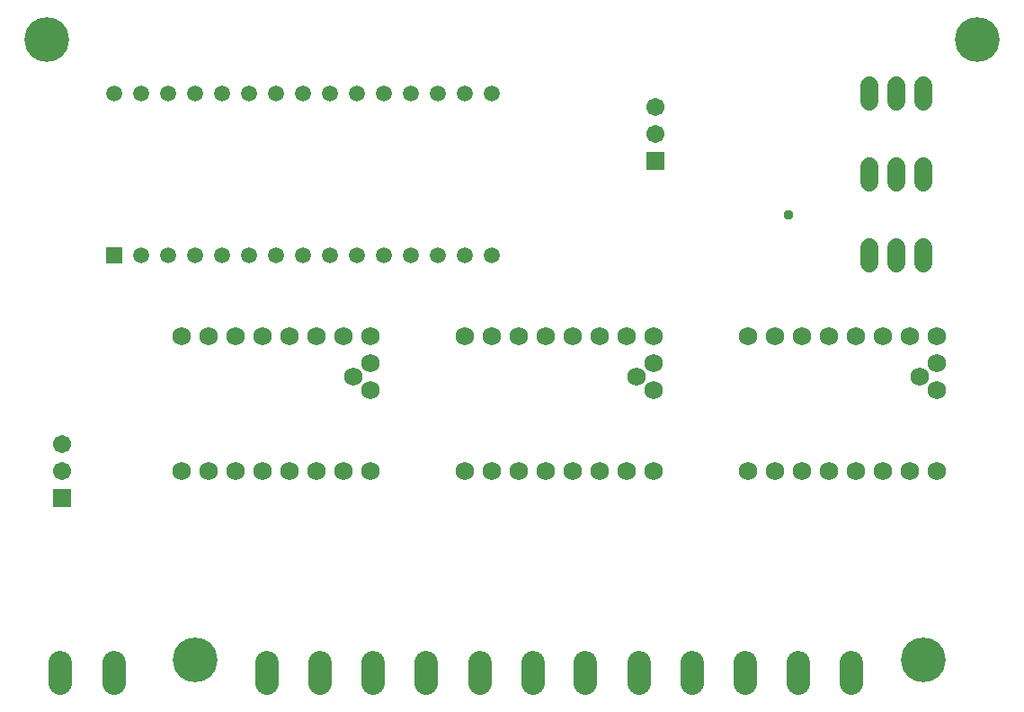
<source format=gbr>
G04 EAGLE Gerber RS-274X export*
G75*
%MOMM*%
%FSLAX34Y34*%
%LPD*%
%INSoldermask Bottom*%
%IPPOS*%
%AMOC8*
5,1,8,0,0,1.08239X$1,22.5*%
G01*
%ADD10R,1.511200X1.511200*%
%ADD11C,1.511200*%
%ADD12C,1.727200*%
%ADD13C,1.727200*%
%ADD14R,1.711200X1.711200*%
%ADD15C,1.711200*%
%ADD16C,2.184400*%
%ADD17C,0.959600*%
%ADD18C,4.219200*%


D10*
X101600Y444500D03*
D11*
X127000Y444500D03*
X152400Y444500D03*
X177800Y444500D03*
X203200Y444500D03*
X228600Y444500D03*
X254000Y444500D03*
X279400Y444500D03*
X304800Y444500D03*
X330200Y444500D03*
X355600Y444500D03*
X381000Y444500D03*
X406400Y444500D03*
X431800Y444500D03*
X457200Y444500D03*
X457200Y596900D03*
X431800Y596900D03*
X406400Y596900D03*
X381000Y596900D03*
X355600Y596900D03*
X330200Y596900D03*
X304800Y596900D03*
X279400Y596900D03*
X254000Y596900D03*
X228600Y596900D03*
X203200Y596900D03*
X177800Y596900D03*
X152400Y596900D03*
X127000Y596900D03*
X101600Y596900D03*
D12*
X812800Y589280D02*
X812800Y604520D01*
X838200Y604520D02*
X838200Y589280D01*
X863600Y589280D02*
X863600Y604520D01*
X812800Y528320D02*
X812800Y513080D01*
X838200Y513080D02*
X838200Y528320D01*
X863600Y528320D02*
X863600Y513080D01*
X812800Y452120D02*
X812800Y436880D01*
X838200Y436880D02*
X838200Y452120D01*
X863600Y452120D02*
X863600Y436880D01*
D13*
X326390Y330200D03*
X342900Y317500D03*
X342900Y342900D03*
X165100Y368300D03*
X190500Y368300D03*
X215900Y368300D03*
X241300Y368300D03*
X266700Y368300D03*
X292100Y368300D03*
X317500Y368300D03*
X342900Y368300D03*
X342900Y241300D03*
X317500Y241300D03*
X292100Y241300D03*
X266700Y241300D03*
X241300Y241300D03*
X215900Y241300D03*
X190500Y241300D03*
X165100Y241300D03*
X593090Y330200D03*
X609600Y317500D03*
X609600Y342900D03*
X431800Y368300D03*
X457200Y368300D03*
X482600Y368300D03*
X508000Y368300D03*
X533400Y368300D03*
X558800Y368300D03*
X584200Y368300D03*
X609600Y368300D03*
X609600Y241300D03*
X584200Y241300D03*
X558800Y241300D03*
X533400Y241300D03*
X508000Y241300D03*
X482600Y241300D03*
X457200Y241300D03*
X431800Y241300D03*
X859790Y330200D03*
X876300Y317500D03*
X876300Y342900D03*
X698500Y368300D03*
X723900Y368300D03*
X749300Y368300D03*
X774700Y368300D03*
X800100Y368300D03*
X825500Y368300D03*
X850900Y368300D03*
X876300Y368300D03*
X876300Y241300D03*
X850900Y241300D03*
X825500Y241300D03*
X800100Y241300D03*
X774700Y241300D03*
X749300Y241300D03*
X723900Y241300D03*
X698500Y241300D03*
D14*
X52700Y215900D03*
D15*
X52700Y241300D03*
X52700Y266700D03*
D14*
X611500Y533400D03*
D15*
X611500Y558800D03*
X611500Y584200D03*
D16*
X51054Y60706D02*
X51054Y40894D01*
X101346Y40894D02*
X101346Y60706D01*
X245364Y60706D02*
X245364Y40894D01*
X295402Y40894D02*
X295402Y60706D01*
X345440Y60706D02*
X345440Y40894D01*
X395732Y40894D02*
X395732Y60706D01*
X445770Y60706D02*
X445770Y40894D01*
X495808Y40894D02*
X495808Y60706D01*
X545592Y60706D02*
X545592Y40894D01*
X595630Y40894D02*
X595630Y60706D01*
X645668Y60706D02*
X645668Y40894D01*
X695960Y40894D02*
X695960Y60706D01*
X745998Y60706D02*
X745998Y40894D01*
X796036Y40894D02*
X796036Y60706D01*
D17*
X736600Y482600D03*
D18*
X177800Y63500D03*
X863600Y63500D03*
X38100Y647700D03*
X914400Y647700D03*
M02*

</source>
